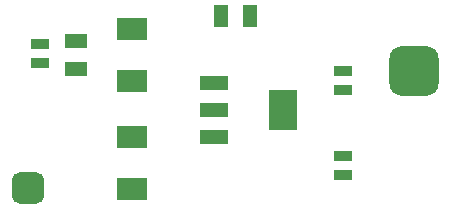
<source format=gts>
G04*
G04 #@! TF.GenerationSoftware,Altium Limited,Altium Designer,22.9.1 (49)*
G04*
G04 Layer_Color=8388736*
%FSLAX25Y25*%
%MOIN*%
G70*
G04*
G04 #@! TF.SameCoordinates,7F83523E-A3D8-4692-9F7C-F7BD391A3CC7*
G04*
G04*
G04 #@! TF.FilePolarity,Negative*
G04*
G01*
G75*
%ADD20R,0.10236X0.07480*%
%ADD21R,0.09265X0.13595*%
%ADD22R,0.09265X0.04540*%
%ADD23R,0.07480X0.05118*%
%ADD24R,0.05906X0.03543*%
%ADD25R,0.05118X0.07480*%
G04:AMPARAMS|DCode=26|XSize=165.48mil|YSize=165.48mil|CornerRadius=43.37mil|HoleSize=0mil|Usage=FLASHONLY|Rotation=0.000|XOffset=0mil|YOffset=0mil|HoleType=Round|Shape=RoundedRectangle|*
%AMROUNDEDRECTD26*
21,1,0.16548,0.07874,0,0,0.0*
21,1,0.07874,0.16548,0,0,0.0*
1,1,0.08674,0.03937,-0.03937*
1,1,0.08674,-0.03937,-0.03937*
1,1,0.08674,-0.03937,0.03937*
1,1,0.08674,0.03937,0.03937*
%
%ADD26ROUNDEDRECTD26*%
G04:AMPARAMS|DCode=27|XSize=106.42mil|YSize=106.42mil|CornerRadius=28.61mil|HoleSize=0mil|Usage=FLASHONLY|Rotation=0.000|XOffset=0mil|YOffset=0mil|HoleType=Round|Shape=RoundedRectangle|*
%AMROUNDEDRECTD27*
21,1,0.10642,0.04921,0,0,0.0*
21,1,0.04921,0.10642,0,0,0.0*
1,1,0.05721,0.02461,-0.02461*
1,1,0.05721,-0.02461,-0.02461*
1,1,0.05721,-0.02461,0.02461*
1,1,0.05721,0.02461,0.02461*
%
%ADD27ROUNDEDRECTD27*%
D20*
X467500Y363726D02*
D03*
Y346403D02*
D03*
Y399661D02*
D03*
Y382339D02*
D03*
D21*
X517835Y372555D02*
D03*
D22*
X495000Y363500D02*
D03*
Y372555D02*
D03*
Y381610D02*
D03*
D23*
X449000Y395724D02*
D03*
Y386276D02*
D03*
D24*
X538000Y357150D02*
D03*
Y350850D02*
D03*
Y379201D02*
D03*
Y385500D02*
D03*
X437000Y388350D02*
D03*
Y394650D02*
D03*
D25*
X506724Y404000D02*
D03*
X497276D02*
D03*
D26*
X561500Y385500D02*
D03*
D27*
X433000Y346500D02*
D03*
M02*

</source>
